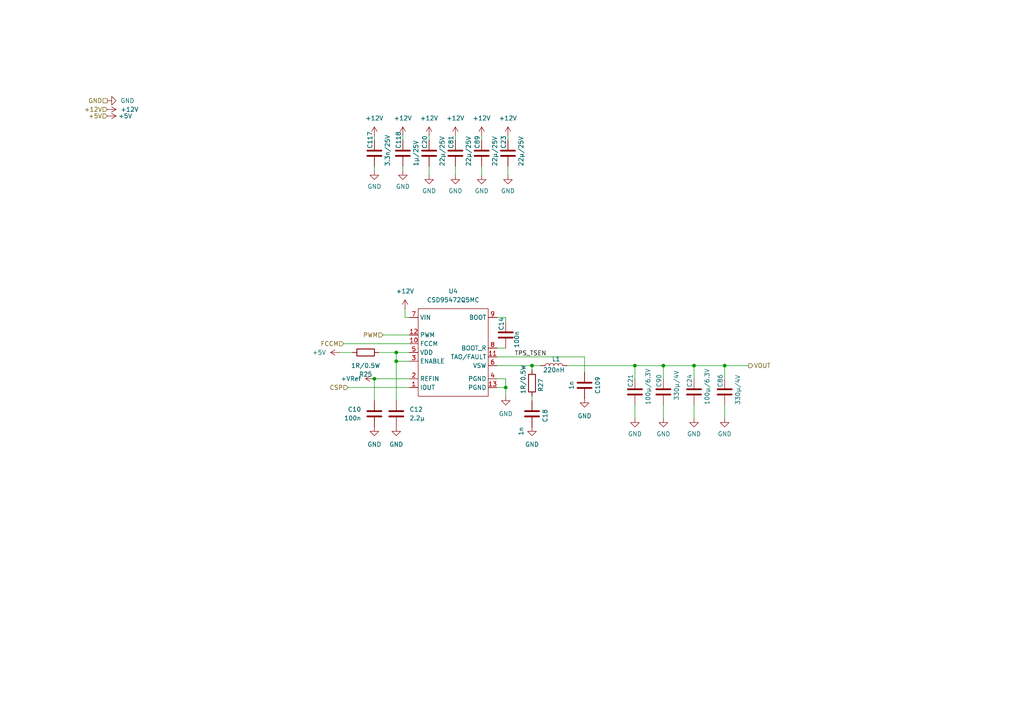
<source format=kicad_sch>
(kicad_sch (version 20231120) (generator "eeschema") (generator_version "8.0")
  (paper "A4")
  (lib_symbols
    (symbol "+12V_1" (power) (pin_numbers hide) (pin_names (offset 0) hide)
      (property "Value" "+12V" (at 0 3.556 0))
      (symbol "+12V_1_0_1"
        (polyline (pts (xy -0.762 1.27) (xy 0 2.54)))
        (polyline (pts (xy 0 0) (xy 0 2.54)))
        (polyline (pts (xy 0 2.54) (xy 0.762 1.27)))
      )
      (symbol "+12V_1_1_1"
        (pin power_in line (at 0 0 90) (length 0) (name "~") (number "1"))
      )
    )
    (symbol "+5V_1" (power) (pin_numbers hide) (pin_names (offset 0) hide)
      (property "Value" "+5V" (at 0 3.556 0))
      (symbol "+5V_1_0_1"
        (polyline (pts (xy -0.762 1.27) (xy 0 2.54)))
        (polyline (pts (xy 0 0) (xy 0 2.54)))
        (polyline (pts (xy 0 2.54) (xy 0.762 1.27)))
      )
      (symbol "+5V_1_1_1"
        (pin power_in line (at 0 0 90) (length 0) (name "~") (number "1"))
      )
    )
    (symbol "Device:C" (pin_numbers hide) (pin_names (offset 0.254))
      (property "Reference" "C" (at 0.635 2.54 0))
      (property "Value" "C" (at 0.635 -2.54 0))
      (symbol "C_0_1"
        (polyline (pts (xy -2.032 -0.762) (xy 2.032 -0.762)) (stroke (width 0.508)))
        (polyline (pts (xy -2.032 0.762) (xy 2.032 0.762)) (stroke (width 0.508)))
      )
      (symbol "C_1_1"
        (pin passive line (at 0 3.81 270) (length 2.794) (name "~") (number "1"))
        (pin passive line (at 0 -3.81 90) (length 2.794) (name "~") (number "2"))
      )
    )
    (symbol "Device:L" (pin_numbers hide) (pin_names (offset 1.016) hide)
      (property "Reference" "L" (at -1.27 0 90))
      (property "Value" "L" (at 1.905 0 90))
      (symbol "L_0_1"
        (arc (start 0 -2.54) (mid 0.6323 -1.905) (end 0 -1.27))
        (arc (start 0 -1.27) (mid 0.6323 -0.635) (end 0 0))
        (arc (start 0 0) (mid 0.6323 0.635) (end 0 1.27))
        (arc (start 0 1.27) (mid 0.6323 1.905) (end 0 2.54))
      )
      (symbol "L_1_1"
        (pin passive line (at 0 3.81 270) (length 1.27) (name "1") (number "1"))
        (pin passive line (at 0 -3.81 90) (length 1.27) (name "2") (number "2"))
      )
    )
    (symbol "Device:R" (pin_numbers hide) (pin_names (offset 0))
      (property "Reference" "R" (at 2.032 0 90))
      (property "Value" "R" (at 0 0 90))
      (symbol "R_0_1"
        (rectangle (start -1.016 -2.54) (end 1.016 2.54) (stroke (width 0.254)))
      )
      (symbol "R_1_1"
        (pin passive line (at 0 3.81 270) (length 1.27) (name "~") (number "1"))
        (pin passive line (at 0 -3.81 90) (length 1.27) (name "~") (number "2"))
      )
    )
    (symbol "GND_1" (power) (pin_numbers hide) (pin_names (offset 0) hide)
      (property "Value" "GND" (at 0 -3.81 0))
      (symbol "GND_1_0_1"
        (polyline (pts (xy 0 0) (xy 0 -1.27) (xy 1.27 -1.27) (xy 0 -2.54) (xy -1.27 -1.27) (xy 0 -1.27)))
      )
      (symbol "GND_1_1_1"
        (pin power_in line (at 0 0 270) (length 0) (name "~") (number "1"))
      )
    )
    (symbol "GND_2" (power) (pin_numbers hide) (pin_names (offset 0) hide)
      (property "Value" "GND" (at 0 -3.81 0))
      (symbol "GND_2_0_1"
        (polyline (pts (xy 0 0) (xy 0 -1.27) (xy 1.27 -1.27) (xy 0 -2.54) (xy -1.27 -1.27) (xy 0 -1.27)))
      )
      (symbol "GND_2_1_1"
        (pin power_in line (at 0 0 270) (length 0) (name "~") (number "1"))
      )
    )
    (symbol "mylib7:+VRef" (power) (pin_names (offset 0))
      (property "Value" "+VRef" (at 0 3.556 0))
      (symbol "+VRef_0_1"
        (polyline (pts (xy -0.762 1.27) (xy 0 2.54)))
        (polyline (pts (xy 0 0) (xy 0 2.54)))
        (polyline (pts (xy 0 2.54) (xy 0.762 1.27)))
      )
      (symbol "+VRef_1_1"
        (pin power_in line (at 0 0 90) (length 0) hide (name "+VRef") (number "1"))
      )
    )
    (symbol "mylib7:CSD95472Q5MC"
      (property "Reference" "U" (at -7.366 13.716 0))
      (property "Value" "CSD95472Q5MC" (at -1.524 -13.97 0))
      (symbol "CSD95472Q5MC_0_1"
        (rectangle (start -10.16 12.7) (end 10.16 -12.7))
      )
      (symbol "CSD95472Q5MC_1_1"
        (pin output line (at -12.7 -10.16 0) (length 2.54) (name "IOUT") (number "1"))
        (pin input line (at -12.7 2.54 0) (length 2.54) (name "FCCM") (number "10"))
        (pin passive line (at 12.7 -1.27 180) (length 2.54) (name "TAO/FAULT") (number "11"))
        (pin input line (at -12.7 5.08 0) (length 2.54) (name "PWM") (number "12"))
        (pin passive line (at 12.7 -10.16 180) (length 2.54) (name "PGND") (number "13"))
        (pin input line (at -12.7 -7.62 0) (length 2.54) (name "REFIN") (number "2"))
        (pin input line (at -12.7 -2.54 0) (length 2.54) (name "ENABLE") (number "3"))
        (pin passive line (at 12.7 -7.62 180) (length 2.54) (name "PGND") (number "4"))
        (pin power_in line (at -12.7 0 0) (length 2.54) (name "VDD") (number "5"))
        (pin output line (at 12.7 -3.81 180) (length 2.54) (name "VSW") (number "6"))
        (pin power_in line (at -12.7 10.16 0) (length 2.54) (name "VIN") (number "7"))
        (pin input line (at 12.7 1.27 180) (length 2.54) (name "BOOT_R") (number "8"))
        (pin output line (at 12.7 10.16 180) (length 2.54) (name "BOOT") (number "9"))
      )
    )
    (symbol "power:+12V" (power) (pin_names (offset 0))
      (property "Value" "+12V" (at 0 3.556 0))
      (symbol "+12V_0_1"
        (polyline (pts (xy -0.762 1.27) (xy 0 2.54)))
        (polyline (pts (xy 0 0) (xy 0 2.54)))
        (polyline (pts (xy 0 2.54) (xy 0.762 1.27)))
      )
      (symbol "+12V_1_1"
        (pin power_in line (at 0 0 90) (length 0) hide (name "+12V") (number "1"))
      )
    )
    (symbol "power:GND" (power) (pin_names (offset 0))
      (property "Value" "GND" (at 0 -3.81 0))
      (symbol "GND_0_1"
        (polyline (pts (xy 0 0) (xy 0 -1.27) (xy 1.27 -1.27) (xy 0 -2.54) (xy -1.27 -1.27) (xy 0 -1.27)))
      )
      (symbol "GND_1_1"
        (pin power_in line (at 0 0 270) (length 0) hide (name "GND") (number "1"))
      )
    )
  )
  (junction (at 114.935 102.235))
  (junction (at 108.585 109.855))
  (junction (at 114.935 104.775))
  (junction (at 201.295 106.045))
  (junction (at 154.305 106.045))
  (junction (at 184.15 106.045))
  (junction (at 146.685 112.395))
  (junction (at 192.405 106.045))
  (junction (at 210.185 106.045))
  (wire (pts (xy 116.84 39.37) (xy 116.84 40.64)))
  (wire (pts (xy 210.185 106.045) (xy 210.185 109.855)))
  (wire (pts (xy 210.185 106.045) (xy 217.17 106.045)))
  (wire (pts (xy 132.08 39.37) (xy 132.08 40.64)))
  (wire (pts (xy 144.145 100.965) (xy 146.685 100.965)))
  (wire (pts (xy 192.405 121.285) (xy 192.405 117.475)))
  (wire (pts (xy 124.46 39.37) (xy 124.46 40.64)))
  (wire (pts (xy 139.7 48.26) (xy 139.7 50.8)))
  (wire (pts (xy 108.585 48.26) (xy 108.585 49.53)))
  (wire (pts (xy 184.15 117.475) (xy 184.15 121.285)))
  (wire (pts (xy 184.15 106.045) (xy 192.405 106.045)))
  (wire (pts (xy 114.935 116.205) (xy 114.935 104.775)))
  (wire (pts (xy 164.465 106.045) (xy 184.15 106.045)))
  (wire (pts (xy 108.585 39.37) (xy 108.585 40.64)))
  (wire (pts (xy 147.32 39.37) (xy 147.32 40.64)))
  (wire (pts (xy 184.15 109.855) (xy 184.15 106.045)))
  (wire (pts (xy 144.145 103.505) (xy 169.545 103.505)))
  (wire (pts (xy 210.185 117.475) (xy 210.185 121.285)))
  (wire (pts (xy 154.305 114.935) (xy 154.305 116.205)))
  (wire (pts (xy 124.46 48.26) (xy 124.46 50.8)))
  (wire (pts (xy 117.475 92.075) (xy 118.745 92.075)))
  (wire (pts (xy 114.935 102.235) (xy 118.745 102.235)))
  (wire (pts (xy 201.295 106.045) (xy 201.295 109.855)))
  (wire (pts (xy 146.685 114.935) (xy 146.685 112.395)))
  (wire (pts (xy 132.08 48.26) (xy 132.08 50.8)))
  (wire (pts (xy 192.405 106.045) (xy 201.295 106.045)))
  (wire (pts (xy 117.475 89.535) (xy 117.475 92.075)))
  (wire (pts (xy 201.295 117.475) (xy 201.295 121.285)))
  (wire (pts (xy 146.685 112.395) (xy 146.685 109.855)))
  (wire (pts (xy 144.145 106.045) (xy 154.305 106.045)))
  (wire (pts (xy 146.685 109.855) (xy 144.145 109.855)))
  (wire (pts (xy 118.745 109.855) (xy 108.585 109.855)))
  (wire (pts (xy 118.745 99.695) (xy 99.695 99.695)))
  (wire (pts (xy 108.585 109.855) (xy 108.585 116.205)))
  (wire (pts (xy 109.855 102.235) (xy 114.935 102.235)))
  (wire (pts (xy 154.305 106.045) (xy 154.305 107.315)))
  (wire (pts (xy 144.145 92.075) (xy 146.685 92.075)))
  (wire (pts (xy 114.935 104.775) (xy 114.935 102.235)))
  (wire (pts (xy 144.145 112.395) (xy 146.685 112.395)))
  (wire (pts (xy 116.84 48.26) (xy 116.84 49.53)))
  (wire (pts (xy 192.405 106.045) (xy 192.405 109.855)))
  (wire (pts (xy 139.7 39.37) (xy 139.7 40.64)))
  (wire (pts (xy 154.305 106.045) (xy 156.845 106.045)))
  (wire (pts (xy 114.935 104.775) (xy 118.745 104.775)))
  (wire (pts (xy 100.965 112.395) (xy 118.745 112.395)))
  (wire (pts (xy 146.685 92.075) (xy 146.685 93.345)))
  (wire (pts (xy 98.425 102.235) (xy 102.235 102.235)))
  (wire (pts (xy 169.545 103.505) (xy 169.545 107.95)))
  (wire (pts (xy 111.125 97.155) (xy 118.745 97.155)))
  (wire (pts (xy 147.32 48.26) (xy 147.32 50.8)))
  (wire (pts (xy 201.295 106.045) (xy 210.185 106.045)))
  (label "TPS_TSEN" (at 149.225 103.505 0))
  (hierarchical_label "VOUT" (shape output) (at 217.17 106.045 0))
  (hierarchical_label "+12V" (shape input) (at 31.115 31.75 180))
  (hierarchical_label "CSP" (shape input) (at 100.965 112.395 180))
  (hierarchical_label "GND" (shape passive) (at 31.115 29.21 180))
  (hierarchical_label "+5V" (shape input) (at 31.115 33.655 180))
  (hierarchical_label "PWM" (shape input) (at 111.125 97.155 180))
  (hierarchical_label "FCCM" (shape input) (at 99.695 99.695 180))
  (symbol (lib_id "power:GND") (at 201.295 121.285 0) (unit 1)
    (property "Reference" "#PWR0264" (effects (hide yes)))
    (property "Value" "GND" (at 201.295 125.857 0))
    (instances (project "nerdqaxe++" (path "" (reference "#PWR0264") (unit 1)) (path "" (reference "#PWR0291") (unit 1)) (path "" (reference "#PWR0318") (unit 1))))
  )
  (symbol (lib_name "GND_2") (lib_id "power:GND") (at 31.115 29.21 90) (unit 1)
    (property "Reference" "#PWR0259" (effects (hide yes)))
    (property "Value" "GND" (at 34.925 29.2099 90) (effects (justify right)))
    (property "Description" "Power symbol creates a global label with name \"GND\" , ground" (effects (hide yes)))
    (instances (project "nerdqaxe++" (path "" (reference "#PWR0259") (unit 1)) (path "" (reference "#PWR0266") (unit 1)) (path "" (reference "#PWR0293") (unit 1))))
  )
  (symbol (lib_name "GND_1") (lib_id "power:GND") (at 146.685 114.935 0) (unit 1)
    (property "Reference" "#PWR053" (effects (hide yes)))
    (property "Value" "GND" (at 146.685 120.015 0))
    (property "Description" "Power symbol creates a global label with name \"GND\" , ground" (effects (hide yes)))
    (instances (project "nerdqaxe++" (path "" (reference "#PWR053") (unit 1)) (path "" (reference "#PWR0284") (unit 1)) (path "" (reference "#PWR0311") (unit 1))))
  )
  (symbol (lib_id "Device:C") (at 184.15 113.665 0) (unit 1)
    (property "Reference" "C21" (at 182.88 112.395 90) (effects (justify left)))
    (property "Value" "100µ/6.3V" (at 187.96 117.475 90) (effects (justify left)))
    (property "Footprint" "Capacitor_SMD:C_1210_3225Metric" (effects (hide yes)))
    (property "Distributor" "D" (effects (hide yes)))
    (property "Manufacturer" "C1210C107M8PAC7800" (effects (hide yes)))
    (property "OrderNr" "399-C1210C107M8PAC7800CT-ND" (effects (hide yes)))
    (instances (project "nerdqaxe++" (path "" (reference "C21") (unit 1)) (path "" (reference "C151") (unit 1)) (path "" (reference "C166") (unit 1))))
  )
  (symbol (lib_name "+5V_1") (lib_id "power:+5V") (at 31.115 33.655 270) (unit 1)
    (property "Reference" "#PWR0261" (effects (hide yes)))
    (property "Value" "+5V" (at 34.29 33.6549 90) (effects (justify left)))
    (property "Description" "Power symbol creates a global label with name \"+5V\"" (effects (hide yes)))
    (instances (project "nerdqaxe++" (path "" (reference "#PWR0261") (unit 1)) (path "" (reference "#PWR0268") (unit 1)) (path "" (reference "#PWR0295") (unit 1))))
  )
  (symbol (lib_id "Device:C") (at 139.7 44.45 0) (unit 1)
    (property "Reference" "C89" (at 138.43 43.18 90) (effects (justify left)))
    (property "Value" "22µ/25V" (at 143.51 48.26 90) (effects (justify left)))
    (property "Footprint" "Capacitor_SMD:C_1210_3225Metric" (effects (hide yes)))
    (property "Distributor" "D" (effects (hide yes)))
    (property "Manufacturer" "C1210C226K3PAC7800" (effects (hide yes)))
    (property "OrderNr" "399-C1210C226K3PAC7800CT-ND" (effects (hide yes)))
    (instances (project "nerdqaxe++" (path "" (reference "C89") (unit 1)) (path "" (reference "C146") (unit 1)) (path "" (reference "C161") (unit 1))))
  )
  (symbol (lib_id "Device:R") (at 106.045 102.235 90) (mirror x) (unit 1)
    (property "Reference" "R25" (at 106.045 108.585 90))
    (property "Value" "1R/0.5W" (at 106.045 106.045 90))
    (property "Footprint" "Resistor_SMD:R_0805_2012Metric" (effects (hide yes)))
    (property "Description" "Resistor" (effects (hide yes)))
    (property "Distributor" "D" (effects (hide yes)))
    (property "Manufacturer" "CRCW08051R00FKEAHP" (effects (hide yes)))
    (property "OrderNr" "541-1.00TCT-ND" (effects (hide yes)))
    (instances (project "nerdqaxe++" (path "" (reference "R25") (unit 1)) (path "" (reference "R10") (unit 1)) (path "" (reference "R14") (unit 1))))
  )
  (symbol (lib_id "power:GND") (at 184.15 121.285 0) (unit 1)
    (property "Reference" "#PWR0262" (effects (hide yes)))
    (property "Value" "GND" (at 184.15 125.857 0))
    (instances (project "nerdqaxe++" (path "" (reference "#PWR0262") (unit 1)) (path "" (reference "#PWR0289") (unit 1)) (path "" (reference "#PWR0316") (unit 1))))
  )
  (symbol (lib_id "power:GND") (at 124.46 50.8 0) (unit 1)
    (property "Reference" "#PWR0145" (effects (hide yes)))
    (property "Value" "GND" (at 124.46 55.372 0))
    (instances (project "nerdqaxe++" (path "" (reference "#PWR0145") (unit 1)) (path "" (reference "#PWR0279") (unit 1)) (path "" (reference "#PWR0306") (unit 1))))
  )
  (symbol (lib_name "GND_2") (lib_id "power:GND") (at 169.545 115.57 0) (unit 1)
    (property "Reference" "#PWR0217" (effects (hide yes)))
    (property "Value" "GND" (at 169.545 120.65 0))
    (property "Description" "Power symbol creates a global label with name \"GND\" , ground" (effects (hide yes)))
    (instances (project "nerdqaxe++" (path "" (reference "#PWR0217") (unit 1)) (path "" (reference "#PWR0288") (unit 1)) (path "" (reference "#PWR0315") (unit 1))))
  )
  (symbol (lib_id "Device:L") (at 160.655 106.045 90) (unit 1)
    (property "Reference" "L1" (at 161.29 104.14 90))
    (property "Value" "220nH" (at 160.655 107.315 90))
    (property "Footprint" "myfootprints:IFLR-4031GC-01-8x10" (effects (hide yes)))
    (property "Distributor" "D" (effects (hide yes)))
    (property "Manufacturer" "FP1008R5-R220-R" (effects (hide yes)))
    (property "OrderNr" "283-FP1008R5-R220-RCT-ND" (effects (hide yes)))
    (instances (project "nerdqaxe++" (path "" (reference "L1") (unit 1)) (path "" (reference "L5") (unit 1)) (path "" (reference "L6") (unit 1))))
  )
  (symbol (lib_name "GND_2") (lib_id "power:GND") (at 154.305 123.825 0) (unit 1)
    (property "Reference" "#PWR0142" (effects (hide yes)))
    (property "Value" "GND" (at 154.305 128.905 0))
    (property "Description" "Power symbol creates a global label with name \"GND\" , ground" (effects (hide yes)))
    (instances (project "nerdqaxe++" (path "" (reference "#PWR0142") (unit 1)) (path "" (reference "#PWR0287") (unit 1)) (path "" (reference "#PWR0314") (unit 1))))
  )
  (symbol (lib_id "mylib7:+VRef") (at 108.585 109.855 90) (unit 1)
    (property "Reference" "#PWR043" (effects (hide yes)))
    (property "Value" "+VRef" (at 104.775 109.8549 90) (effects (justify left)))
    (property "Description" "Power symbol creates a global label with name \"+3.3V\"" (effects (hide yes)))
    (instances (project "nerdqaxe++" (path "" (reference "#PWR043") (unit 1)) (path "" (reference "#PWR0272") (unit 1)) (path "" (reference "#PWR0299") (unit 1))))
  )
  (symbol (lib_id "Device:C") (at 210.185 113.665 0) (unit 1)
    (property "Reference" "C86" (at 208.915 112.395 90) (effects (justify left)))
    (property "Value" "330µ/4V" (at 213.995 117.475 90) (effects (justify left)))
    (property "Footprint" "Capacitor_SMD:C_1210_3225Metric" (effects (hide yes)))
    (property "Distributor" "D" (effects (hide yes)))
    (property "Manufacturer" "GRM32ER60G337ME05K" (effects (hide yes)))
    (property "OrderNr" "490-GRM32ER60G337ME05KCT-ND" (effects (hide yes)))
    (instances (project "nerdqaxe++" (path "" (reference "C86") (unit 1)) (path "" (reference "C154") (unit 1)) (path "" (reference "C169") (unit 1))))
  )
  (symbol (lib_id "Device:C") (at 169.545 111.76 0) (mirror y) (unit 1)
    (property "Reference" "C109" (at 173.355 114.3 90) (effects (justify left)))
    (property "Value" "1n " (at 165.735 113.03 90) (effects (justify left)))
    (property "Footprint" "Capacitor_SMD:C_0805_2012Metric" (effects (hide yes)))
    (instances (project "nerdqaxe++" (path "" (reference "C109") (unit 1)) (path "" (reference "C150") (unit 1)) (path "" (reference "C165") (unit 1))))
  )
  (symbol (lib_id "Device:C") (at 132.08 44.45 0) (unit 1)
    (property "Reference" "C81" (at 130.81 43.18 90) (effects (justify left)))
    (property "Value" "22µ/25V" (at 135.89 48.26 90) (effects (justify left)))
    (property "Footprint" "Capacitor_SMD:C_1210_3225Metric" (effects (hide yes)))
    (property "Distributor" "D" (effects (hide yes)))
    (property "Manufacturer" "C1210C226K3PAC7800" (effects (hide yes)))
    (property "OrderNr" "399-C1210C226K3PAC7800CT-ND" (effects (hide yes)))
    (instances (project "nerdqaxe++" (path "" (reference "C81") (unit 1)) (path "" (reference "C145") (unit 1)) (path "" (reference "C160") (unit 1))))
  )
  (symbol (lib_id "power:+12V") (at 132.08 39.37 0) (unit 1)
    (property "Reference" "#PWR0146" (effects (hide yes)))
    (property "Value" "+12V" (at 132.08 34.29 0))
    (instances (project "nerdqaxe++" (path "" (reference "#PWR0146") (unit 1)) (path "" (reference "#PWR0280") (unit 1)) (path "" (reference "#PWR0307") (unit 1))))
  )
  (symbol (lib_name "+12V_1") (lib_id "power:+12V") (at 31.115 31.75 270) (unit 1)
    (property "Reference" "#PWR0260" (effects (hide yes)))
    (property "Value" "+12V" (at 34.925 31.7499 90) (effects (justify left)))
    (property "Description" "Power symbol creates a global label with name \"+12V\"" (effects (hide yes)))
    (instances (project "nerdqaxe++" (path "" (reference "#PWR0260") (unit 1)) (path "" (reference "#PWR0267") (unit 1)) (path "" (reference "#PWR0294") (unit 1))))
  )
  (symbol (lib_id "Device:C") (at 147.32 44.45 0) (unit 1)
    (property "Reference" "C23" (at 146.05 43.18 90) (effects (justify left)))
    (property "Value" "22µ/25V" (at 151.13 48.26 90) (effects (justify left)))
    (property "Footprint" "Capacitor_SMD:C_1210_3225Metric" (effects (hide yes)))
    (property "Distributor" "D" (effects (hide yes)))
    (property "Manufacturer" "C1210C226K3PAC7800" (effects (hide yes)))
    (property "OrderNr" "399-C1210C226K3PAC7800CT-ND" (effects (hide yes)))
    (instances (project "nerdqaxe++" (path "" (reference "C23") (unit 1)) (path "" (reference "C148") (unit 1)) (path "" (reference "C163") (unit 1))))
  )
  (symbol (lib_id "Device:C") (at 201.295 113.665 0) (unit 1)
    (property "Reference" "C24" (at 200.025 112.395 90) (effects (justify left)))
    (property "Value" "100µ/6.3V" (at 205.105 117.475 90) (effects (justify left)))
    (property "Footprint" "Capacitor_SMD:C_1210_3225Metric" (effects (hide yes)))
    (property "Distributor" "D" (effects (hide yes)))
    (property "Manufacturer" "C1210C107M8PAC7800" (effects (hide yes)))
    (property "OrderNr" "399-C1210C107M8PAC7800CT-ND" (effects (hide yes)))
    (instances (project "nerdqaxe++" (path "" (reference "C24") (unit 1)) (path "" (reference "C153") (unit 1)) (path "" (reference "C168") (unit 1))))
  )
  (symbol (lib_id "Device:C") (at 154.305 120.015 0) (mirror y) (unit 1)
    (property "Reference" "C18" (at 158.115 122.555 90) (effects (justify left)))
    (property "Value" "1n " (at 151.13 126.365 90) (effects (justify left)))
    (property "Footprint" "Capacitor_SMD:C_0805_2012Metric" (effects (hide yes)))
    (instances (project "nerdqaxe++" (path "" (reference "C18") (unit 1)) (path "" (reference "C149") (unit 1)) (path "" (reference "C164") (unit 1))))
  )
  (symbol (lib_id "power:+12V") (at 116.84 39.37 0) (unit 1)
    (property "Reference" "#PWR0230" (effects (hide yes)))
    (property "Value" "+12V" (at 116.84 34.29 0))
    (instances (project "nerdqaxe++" (path "" (reference "#PWR0230") (unit 1)) (path "" (reference "#PWR0275") (unit 1)) (path "" (reference "#PWR0302") (unit 1))))
  )
  (symbol (lib_id "Device:C") (at 146.685 97.155 0) (unit 1)
    (property "Reference" "C14" (at 145.415 95.885 90) (effects (justify left)))
    (property "Value" "100n" (at 149.86 100.965 90) (effects (justify left)))
    (property "Footprint" "Capacitor_SMD:C_0805_2012Metric" (effects (hide yes)))
    (instances (project "nerdqaxe++" (path "" (reference "C14") (unit 1)) (path "" (reference "C147") (unit 1)) (path "" (reference "C162") (unit 1))))
  )
  (symbol (lib_id "Device:C") (at 124.46 44.45 0) (unit 1)
    (property "Reference" "C20" (at 123.19 43.18 90) (effects (justify left)))
    (property "Value" "22µ/25V" (at 128.27 48.26 90) (effects (justify left)))
    (property "Footprint" "Capacitor_SMD:C_1210_3225Metric" (effects (hide yes)))
    (property "Distributor" "D" (effects (hide yes)))
    (property "Manufacturer" "C1210C226K3PAC7800" (effects (hide yes)))
    (property "OrderNr" "399-C1210C226K3PAC7800CT-ND" (effects (hide yes)))
    (instances (project "nerdqaxe++" (path "" (reference "C20") (unit 1)) (path "" (reference "C144") (unit 1)) (path "" (reference "C159") (unit 1))))
  )
  (symbol (lib_id "power:+12V") (at 139.7 39.37 0) (unit 1)
    (property "Reference" "#PWR0154" (effects (hide yes)))
    (property "Value" "+12V" (at 139.7 34.29 0))
    (instances (project "nerdqaxe++" (path "" (reference "#PWR0154") (unit 1)) (path "" (reference "#PWR0282") (unit 1)) (path "" (reference "#PWR0309") (unit 1))))
  )
  (symbol (lib_id "Device:C") (at 192.405 113.665 0) (unit 1)
    (property "Reference" "C90" (at 191.135 112.395 90) (effects (justify left)))
    (property "Value" "330µ/4V" (at 196.215 116.205 90) (effects (justify left)))
    (property "Footprint" "Capacitor_SMD:C_1210_3225Metric" (effects (hide yes)))
    (property "Distributor" "D" (effects (hide yes)))
    (property "Manufacturer" "GRM32ER60G337ME05K" (effects (hide yes)))
    (property "OrderNr" "490-GRM32ER60G337ME05KCT-ND" (effects (hide yes)))
    (instances (project "nerdqaxe++" (path "" (reference "C90") (unit 1)) (path "" (reference "C152") (unit 1)) (path "" (reference "C167") (unit 1))))
  )
  (symbol (lib_id "Device:C") (at 108.585 44.45 0) (unit 1)
    (property "Reference" "C117" (at 107.315 43.18 90) (effects (justify left)))
    (property "Value" "3.3n/25V" (at 112.395 48.26 90) (effects (justify left)))
    (property "Footprint" "Capacitor_SMD:C_0805_2012Metric" (effects (hide yes)))
    (instances (project "nerdqaxe++" (path "" (reference "C117") (unit 1)) (path "" (reference "C140") (unit 1)) (path "" (reference "C155") (unit 1))))
  )
  (symbol (lib_id "Device:C") (at 114.935 120.015 0) (unit 1)
    (property "Reference" "C12" (at 118.745 118.7449 0) (effects (justify left)))
    (property "Value" "2.2µ" (at 118.745 121.2849 0) (effects (justify left)))
    (property "Footprint" "Capacitor_SMD:C_0805_2012Metric" (effects (hide yes)))
    (property "Description" "Unpolarized capacitor" (effects (hide yes)))
    (instances (project "nerdqaxe++" (path "" (reference "C12") (unit 1)) (path "" (reference "C142") (unit 1)) (path "" (reference "C157") (unit 1))))
  )
  (symbol (lib_id "power:GND") (at 139.7 50.8 0) (unit 1)
    (property "Reference" "#PWR0155" (effects (hide yes)))
    (property "Value" "GND" (at 139.7 55.372 0))
    (instances (project "nerdqaxe++" (path "" (reference "#PWR0155") (unit 1)) (path "" (reference "#PWR0283") (unit 1)) (path "" (reference "#PWR0310") (unit 1))))
  )
  (symbol (lib_name "GND_2") (lib_id "power:GND") (at 108.585 123.825 0) (unit 1)
    (property "Reference" "#PWR044" (effects (hide yes)))
    (property "Value" "GND" (at 108.585 128.905 0))
    (property "Description" "Power symbol creates a global label with name \"GND\" , ground" (effects (hide yes)))
    (instances (project "nerdqaxe++" (path "" (reference "#PWR044") (unit 1)) (path "" (reference "#PWR0273") (unit 1)) (path "" (reference "#PWR0300") (unit 1))))
  )
  (symbol (lib_id "power:GND") (at 108.585 49.53 0) (unit 1)
    (property "Reference" "#PWR0229" (effects (hide yes)))
    (property "Value" "GND" (at 108.585 54.102 0))
    (instances (project "nerdqaxe++" (path "" (reference "#PWR0229") (unit 1)) (path "" (reference "#PWR0271") (unit 1)) (path "" (reference "#PWR0298") (unit 1))))
  )
  (symbol (lib_id "mylib7:CSD95472Q5MC") (at 131.445 102.235 0) (unit 1)
    (property "Reference" "U4" (at 131.445 84.455 0))
    (property "Value" "CSD95472Q5MC" (at 131.445 86.995 0))
    (property "Footprint" "myfootprints:CSD95472-SON-5x6" (effects (hide yes)))
    (property "Distributor" "D" (effects (hide yes)))
    (property "Manufacturer" "CSD95472Q5MC" (effects (hide yes)))
    (property "OrderNr" "296-43950-1-ND" (effects (hide yes)))
    (instances (project "nerdqaxe++" (path "" (reference "U4") (unit 1)) (path "" (reference "U9") (unit 1)) (path "" (reference "U10") (unit 1))))
  )
  (symbol (lib_id "Device:C") (at 116.84 44.45 0) (unit 1)
    (property "Reference" "C118" (at 115.57 43.18 90) (effects (justify left)))
    (property "Value" "1µ/25V" (at 120.65 48.26 90) (effects (justify left)))
    (property "Footprint" "Capacitor_SMD:C_0805_2012Metric" (effects (hide yes)))
    (instances (project "nerdqaxe++" (path "" (reference "C118") (unit 1)) (path "" (reference "C143") (unit 1)) (path "" (reference "C158") (unit 1))))
  )
  (symbol (lib_id "power:GND") (at 210.185 121.285 0) (unit 1)
    (property "Reference" "#PWR0265" (effects (hide yes)))
    (property "Value" "GND" (at 210.185 125.857 0))
    (instances (project "nerdqaxe++" (path "" (reference "#PWR0265") (unit 1)) (path "" (reference "#PWR0292") (unit 1)) (path "" (reference "#PWR0319") (unit 1))))
  )
  (symbol (lib_name "GND_2") (lib_id "power:GND") (at 114.935 123.825 0) (unit 1)
    (property "Reference" "#PWR047" (effects (hide yes)))
    (property "Value" "GND" (at 114.935 128.905 0))
    (property "Description" "Power symbol creates a global label with name \"GND\" , ground" (effects (hide yes)))
    (instances (project "nerdqaxe++" (path "" (reference "#PWR047") (unit 1)) (path "" (reference "#PWR0274") (unit 1)) (path "" (reference "#PWR0301") (unit 1))))
  )
  (symbol (lib_id "power:GND") (at 192.405 121.285 0) (unit 1)
    (property "Reference" "#PWR0263" (effects (hide yes)))
    (property "Value" "GND" (at 192.405 125.857 0))
    (instances (project "nerdqaxe++" (path "" (reference "#PWR0263") (unit 1)) (path "" (reference "#PWR0290") (unit 1)) (path "" (reference "#PWR0317") (unit 1))))
  )
  (symbol (lib_id "power:GND") (at 132.08 50.8 0) (unit 1)
    (property "Reference" "#PWR0147" (effects (hide yes)))
    (property "Value" "GND" (at 132.08 55.372 0))
    (instances (project "nerdqaxe++" (path "" (reference "#PWR0147") (unit 1)) (path "" (reference "#PWR0281") (unit 1)) (path "" (reference "#PWR0308") (unit 1))))
  )
  (symbol (lib_id "power:+12V") (at 147.32 39.37 0) (unit 1)
    (property "Reference" "#PWR0159" (effects (hide yes)))
    (property "Value" "+12V" (at 147.32 34.29 0))
    (instances (project "nerdqaxe++" (path "" (reference "#PWR0159") (unit 1)) (path "" (reference "#PWR0285") (unit 1)) (path "" (reference "#PWR0312") (unit 1))))
  )
  (symbol (lib_id "power:GND") (at 147.32 50.8 0) (unit 1)
    (property "Reference" "#PWR0160" (effects (hide yes)))
    (property "Value" "GND" (at 147.32 55.372 0))
    (instances (project "nerdqaxe++" (path "" (reference "#PWR0160") (unit 1)) (path "" (reference "#PWR0286") (unit 1)) (path "" (reference "#PWR0313") (unit 1))))
  )
  (symbol (lib_id "power:+12V") (at 108.585 39.37 0) (unit 1)
    (property "Reference" "#PWR0228" (effects (hide yes)))
    (property "Value" "+12V" (at 108.585 34.29 0))
    (instances (project "nerdqaxe++" (path "" (reference "#PWR0228") (unit 1)) (path "" (reference "#PWR0270") (unit 1)) (path "" (reference "#PWR0297") (unit 1))))
  )
  (symbol (lib_name "+12V_1") (lib_id "power:+12V") (at 117.475 89.535 0) (unit 1)
    (property "Reference" "#PWR049" (effects (hide yes)))
    (property "Value" "+12V" (at 117.475 84.455 0))
    (property "Description" "Power symbol creates a global label with name \"+12V\"" (effects (hide yes)))
    (instances (project "nerdqaxe++" (path "" (reference "#PWR049") (unit 1)) (path "" (reference "#PWR0277") (unit 1)) (path "" (reference "#PWR0304") (unit 1))))
  )
  (symbol (lib_name "+5V_1") (lib_id "power:+5V") (at 98.425 102.235 90) (unit 1)
    (property "Reference" "#PWR041" (effects (hide yes)))
    (property "Value" "+5V" (at 94.615 102.2349 90) (effects (justify left)))
    (property "Description" "Power symbol creates a global label with name \"+5V\"" (effects (hide yes)))
    (instances (project "nerdqaxe++" (path "" (reference "#PWR041") (unit 1)) (path "" (reference "#PWR0269") (unit 1)) (path "" (reference "#PWR0296") (unit 1))))
  )
  (symbol (lib_id "Device:R") (at 154.305 111.125 180) (unit 1)
    (property "Reference" "R27" (at 156.845 113.665 90) (effects (justify right)))
    (property "Value" "1R/0.5W" (at 151.765 114.3 90) (effects (justify right)))
    (property "Footprint" "Resistor_SMD:R_0805_2012Metric" (effects (hide yes)))
    (property "Description" "Resistor" (effects (hide yes)))
    (property "Distributor" "D" (effects (hide yes)))
    (property "Manufacturer" "CRCW08051R00FKEAHP" (effects (hide yes)))
    (property "OrderNr" "541-1.00TCT-ND" (effects (hide yes)))
    (instances (project "nerdqaxe++" (path "" (reference "R27") (unit 1)) (path "" (reference "R11") (unit 1)) (path "" (reference "R15") (unit 1))))
  )
  (symbol (lib_id "power:GND") (at 116.84 49.53 0) (unit 1)
    (property "Reference" "#PWR0235" (effects (hide yes)))
    (property "Value" "GND" (at 116.84 54.102 0))
    (instances (project "nerdqaxe++" (path "" (reference "#PWR0235") (unit 1)) (path "" (reference "#PWR0276") (unit 1)) (path "" (reference "#PWR0303") (unit 1))))
  )
  (symbol (lib_id "power:+12V") (at 124.46 39.37 0) (unit 1)
    (property "Reference" "#PWR0144" (effects (hide yes)))
    (property "Value" "+12V" (at 124.46 34.29 0))
    (instances (project "nerdqaxe++" (path "" (reference "#PWR0144") (unit 1)) (path "" (reference "#PWR0278") (unit 1)) (path "" (reference "#PWR0305") (unit 1))))
  )
  (symbol (lib_id "Device:C") (at 108.585 120.015 0) (mirror y) (unit 1)
    (property "Reference" "C10" (at 104.775 118.7449 0) (effects (justify left)))
    (property "Value" "100n" (at 104.775 121.2849 0) (effects (justify left)))
    (property "Footprint" "Capacitor_SMD:C_0805_2012Metric" (effects (hide yes)))
    (property "Description" "Unpolarized capacitor" (effects (hide yes)))
    (instances (project "nerdqaxe++" (path "" (reference "C10") (unit 1)) (path "" (reference "C141") (unit 1)) (path "" (reference "C156") (unit 1))))
  )
)
</source>
